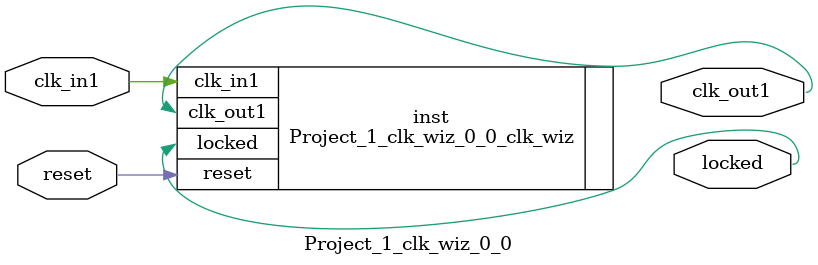
<source format=v>


`timescale 1ps/1ps

(* CORE_GENERATION_INFO = "Project_1_clk_wiz_0_0,clk_wiz_v6_0_6_0_0,{component_name=Project_1_clk_wiz_0_0,use_phase_alignment=true,use_min_o_jitter=false,use_max_i_jitter=false,use_dyn_phase_shift=false,use_inclk_switchover=false,use_dyn_reconfig=false,enable_axi=0,feedback_source=FDBK_AUTO,PRIMITIVE=MMCM,num_out_clk=1,clkin1_period=10.000,clkin2_period=10.000,use_power_down=false,use_reset=true,use_locked=true,use_inclk_stopped=false,feedback_type=SINGLE,CLOCK_MGR_TYPE=NA,manual_override=false}" *)

module Project_1_clk_wiz_0_0 
 (
  // Clock out ports
  output        clk_out1,
  // Status and control signals
  input         reset,
  output        locked,
 // Clock in ports
  input         clk_in1
 );

  Project_1_clk_wiz_0_0_clk_wiz inst
  (
  // Clock out ports  
  .clk_out1(clk_out1),
  // Status and control signals               
  .reset(reset), 
  .locked(locked),
 // Clock in ports
  .clk_in1(clk_in1)
  );

endmodule

</source>
